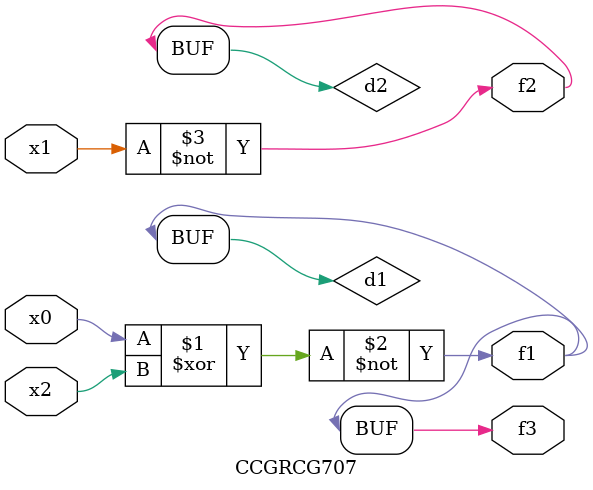
<source format=v>
module CCGRCG707(
	input x0, x1, x2,
	output f1, f2, f3
);

	wire d1, d2, d3;

	xnor (d1, x0, x2);
	nand (d2, x1);
	nor (d3, x1, x2);
	assign f1 = d1;
	assign f2 = d2;
	assign f3 = d1;
endmodule

</source>
